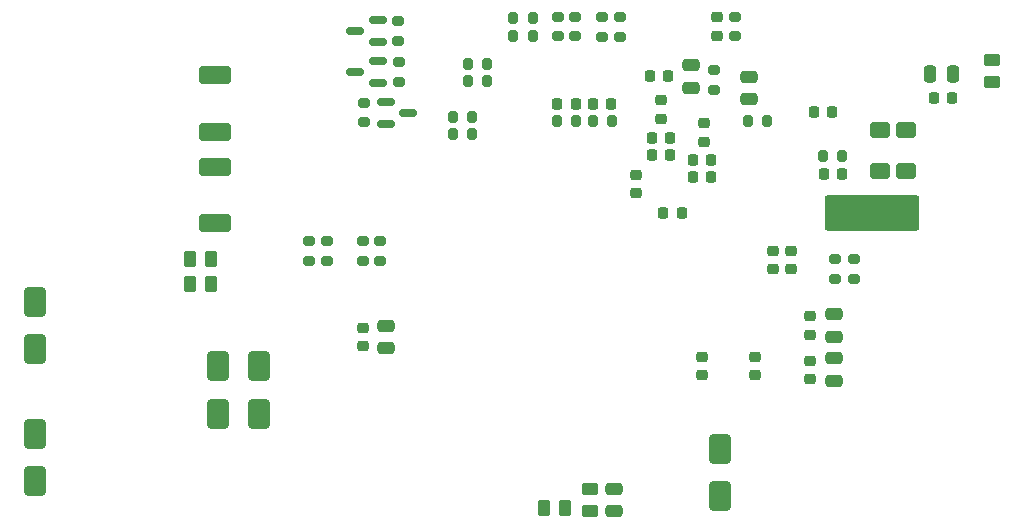
<source format=gbr>
%TF.GenerationSoftware,KiCad,Pcbnew,9.0.4-1.fc42*%
%TF.CreationDate,2025-09-28T20:56:02+03:00*%
%TF.ProjectId,ea01,65613031-2e6b-4696-9361-645f70636258,rev?*%
%TF.SameCoordinates,Original*%
%TF.FileFunction,Paste,Bot*%
%TF.FilePolarity,Positive*%
%FSLAX46Y46*%
G04 Gerber Fmt 4.6, Leading zero omitted, Abs format (unit mm)*
G04 Created by KiCad (PCBNEW 9.0.4-1.fc42) date 2025-09-28 20:56:02*
%MOMM*%
%LPD*%
G01*
G04 APERTURE LIST*
G04 Aperture macros list*
%AMRoundRect*
0 Rectangle with rounded corners*
0 $1 Rounding radius*
0 $2 $3 $4 $5 $6 $7 $8 $9 X,Y pos of 4 corners*
0 Add a 4 corners polygon primitive as box body*
4,1,4,$2,$3,$4,$5,$6,$7,$8,$9,$2,$3,0*
0 Add four circle primitives for the rounded corners*
1,1,$1+$1,$2,$3*
1,1,$1+$1,$4,$5*
1,1,$1+$1,$6,$7*
1,1,$1+$1,$8,$9*
0 Add four rect primitives between the rounded corners*
20,1,$1+$1,$2,$3,$4,$5,0*
20,1,$1+$1,$4,$5,$6,$7,0*
20,1,$1+$1,$6,$7,$8,$9,0*
20,1,$1+$1,$8,$9,$2,$3,0*%
G04 Aperture macros list end*
%ADD10RoundRect,0.225000X0.225000X0.250000X-0.225000X0.250000X-0.225000X-0.250000X0.225000X-0.250000X0*%
%ADD11RoundRect,0.200000X0.200000X0.275000X-0.200000X0.275000X-0.200000X-0.275000X0.200000X-0.275000X0*%
%ADD12RoundRect,0.225000X0.250000X-0.225000X0.250000X0.225000X-0.250000X0.225000X-0.250000X-0.225000X0*%
%ADD13RoundRect,0.200000X-0.275000X0.200000X-0.275000X-0.200000X0.275000X-0.200000X0.275000X0.200000X0*%
%ADD14RoundRect,0.250000X0.650000X-1.000000X0.650000X1.000000X-0.650000X1.000000X-0.650000X-1.000000X0*%
%ADD15RoundRect,0.200000X0.275000X-0.200000X0.275000X0.200000X-0.275000X0.200000X-0.275000X-0.200000X0*%
%ADD16RoundRect,0.250000X1.100000X-0.500000X1.100000X0.500000X-1.100000X0.500000X-1.100000X-0.500000X0*%
%ADD17RoundRect,0.250000X0.475000X-0.250000X0.475000X0.250000X-0.475000X0.250000X-0.475000X-0.250000X0*%
%ADD18RoundRect,0.200000X-0.200000X-0.275000X0.200000X-0.275000X0.200000X0.275000X-0.200000X0.275000X0*%
%ADD19RoundRect,0.250000X0.450000X-0.262500X0.450000X0.262500X-0.450000X0.262500X-0.450000X-0.262500X0*%
%ADD20RoundRect,0.250000X0.250000X0.475000X-0.250000X0.475000X-0.250000X-0.475000X0.250000X-0.475000X0*%
%ADD21RoundRect,0.250000X-0.475000X0.250000X-0.475000X-0.250000X0.475000X-0.250000X0.475000X0.250000X0*%
%ADD22RoundRect,0.225000X-0.225000X-0.250000X0.225000X-0.250000X0.225000X0.250000X-0.225000X0.250000X0*%
%ADD23RoundRect,0.250000X0.262500X0.450000X-0.262500X0.450000X-0.262500X-0.450000X0.262500X-0.450000X0*%
%ADD24RoundRect,0.250000X0.600000X-0.400000X0.600000X0.400000X-0.600000X0.400000X-0.600000X-0.400000X0*%
%ADD25RoundRect,0.150000X0.587500X0.150000X-0.587500X0.150000X-0.587500X-0.150000X0.587500X-0.150000X0*%
%ADD26RoundRect,0.225000X-0.250000X0.225000X-0.250000X-0.225000X0.250000X-0.225000X0.250000X0.225000X0*%
%ADD27RoundRect,0.150000X-0.587500X-0.150000X0.587500X-0.150000X0.587500X0.150000X-0.587500X0.150000X0*%
%ADD28RoundRect,0.249999X-3.750001X1.250001X-3.750001X-1.250001X3.750001X-1.250001X3.750001X1.250001X0*%
%ADD29RoundRect,0.250000X-0.262500X-0.450000X0.262500X-0.450000X0.262500X0.450000X-0.262500X0.450000X0*%
%ADD30RoundRect,0.250000X-0.450000X0.262500X-0.450000X-0.262500X0.450000X-0.262500X0.450000X0.262500X0*%
G04 APERTURE END LIST*
D10*
%TO.C,C25*%
X128625000Y-55700000D03*
X127075000Y-55700000D03*
%TD*%
D11*
%TO.C,R57*%
X143360000Y-62450000D03*
X141710000Y-62450000D03*
%TD*%
D12*
%TO.C,C58*%
X102750000Y-78525000D03*
X102750000Y-76975000D03*
%TD*%
D13*
%TO.C,R65*%
X99750000Y-69675000D03*
X99750000Y-71325000D03*
%TD*%
D14*
%TO.C,D15*%
X75000000Y-90000000D03*
X75000000Y-86000000D03*
%TD*%
D10*
%TO.C,C36*%
X152625000Y-57500000D03*
X151075000Y-57500000D03*
%TD*%
D12*
%TO.C,C53*%
X137500000Y-72025000D03*
X137500000Y-70475000D03*
%TD*%
D15*
%TO.C,R59*%
X132450000Y-56825000D03*
X132450000Y-55175000D03*
%TD*%
%TO.C,R66*%
X102750000Y-71325000D03*
X102750000Y-69675000D03*
%TD*%
D16*
%TO.C,D21*%
X90250000Y-68150000D03*
X90250000Y-63350000D03*
%TD*%
D11*
%TO.C,R26*%
X112010000Y-59150000D03*
X110360000Y-59150000D03*
%TD*%
D17*
%TO.C,C59*%
X104750000Y-78700000D03*
X104750000Y-76800000D03*
%TD*%
D13*
%TO.C,R30*%
X105812500Y-54525000D03*
X105812500Y-56175000D03*
%TD*%
D12*
%TO.C,C30*%
X125850000Y-65575000D03*
X125850000Y-64025000D03*
%TD*%
D10*
%TO.C,C26*%
X132225000Y-64230000D03*
X130675000Y-64230000D03*
%TD*%
D18*
%TO.C,R55*%
X119170000Y-59500000D03*
X120820000Y-59500000D03*
%TD*%
D10*
%TO.C,C52*%
X120770000Y-58000000D03*
X119220000Y-58000000D03*
%TD*%
D15*
%TO.C,R84*%
X123000000Y-52325000D03*
X123000000Y-50675000D03*
%TD*%
D19*
%TO.C,FB3*%
X156000000Y-56162500D03*
X156000000Y-54337500D03*
%TD*%
D10*
%TO.C,C34*%
X128775000Y-60900000D03*
X127225000Y-60900000D03*
%TD*%
D11*
%TO.C,R15*%
X117125000Y-52250000D03*
X115475000Y-52250000D03*
%TD*%
D12*
%TO.C,C29*%
X131600000Y-61225000D03*
X131600000Y-59675000D03*
%TD*%
D20*
%TO.C,C35*%
X152700000Y-55500000D03*
X150800000Y-55500000D03*
%TD*%
D15*
%TO.C,R68*%
X104250000Y-71325000D03*
X104250000Y-69675000D03*
%TD*%
D14*
%TO.C,D19*%
X94000000Y-84250000D03*
X94000000Y-80250000D03*
%TD*%
D21*
%TO.C,C11*%
X124000000Y-90637500D03*
X124000000Y-92537500D03*
%TD*%
D12*
%TO.C,C4*%
X131500000Y-81025000D03*
X131500000Y-79475000D03*
%TD*%
%TO.C,C63*%
X132750000Y-52250000D03*
X132750000Y-50700000D03*
%TD*%
D22*
%TO.C,C28*%
X130685000Y-62740000D03*
X132235000Y-62740000D03*
%TD*%
D10*
%TO.C,C32*%
X128775000Y-62400000D03*
X127225000Y-62400000D03*
%TD*%
D12*
%TO.C,C54*%
X139000000Y-72025000D03*
X139000000Y-70475000D03*
%TD*%
D23*
%TO.C,FB6*%
X89912500Y-73250000D03*
X88087500Y-73250000D03*
%TD*%
D24*
%TO.C,D17*%
X148750000Y-63750000D03*
X148750000Y-60250000D03*
%TD*%
D13*
%TO.C,R81*%
X134250000Y-50650000D03*
X134250000Y-52300000D03*
%TD*%
D25*
%TO.C,Q5*%
X104000000Y-54400000D03*
X104000000Y-56300000D03*
X102125000Y-55350000D03*
%TD*%
D16*
%TO.C,D20*%
X90250000Y-60400000D03*
X90250000Y-55600000D03*
%TD*%
D18*
%TO.C,R45*%
X122215000Y-59490000D03*
X123865000Y-59490000D03*
%TD*%
D26*
%TO.C,C23*%
X140650000Y-76025000D03*
X140650000Y-77575000D03*
%TD*%
D11*
%TO.C,R29*%
X112010000Y-60620000D03*
X110360000Y-60620000D03*
%TD*%
D18*
%TO.C,R82*%
X135325000Y-59500000D03*
X136975000Y-59500000D03*
%TD*%
D13*
%TO.C,R83*%
X124500000Y-50675000D03*
X124500000Y-52325000D03*
%TD*%
%TO.C,R36*%
X105750000Y-51025000D03*
X105750000Y-52675000D03*
%TD*%
D11*
%TO.C,R14*%
X117125000Y-50750000D03*
X115475000Y-50750000D03*
%TD*%
D21*
%TO.C,C18*%
X142650000Y-75850000D03*
X142650000Y-77750000D03*
%TD*%
D27*
%TO.C,Q3*%
X104674001Y-59741071D03*
X104674001Y-57841071D03*
X106549001Y-58791071D03*
%TD*%
D10*
%TO.C,C44*%
X123805000Y-58020000D03*
X122255000Y-58020000D03*
%TD*%
D15*
%TO.C,R8*%
X119250000Y-52300000D03*
X119250000Y-50650000D03*
%TD*%
D21*
%TO.C,C27*%
X135450000Y-55750000D03*
X135450000Y-57650000D03*
%TD*%
D14*
%TO.C,D14*%
X75000000Y-78800000D03*
X75000000Y-74800000D03*
%TD*%
D12*
%TO.C,C22*%
X140650000Y-81325000D03*
X140650000Y-79775000D03*
%TD*%
D14*
%TO.C,D6*%
X133000000Y-91250000D03*
X133000000Y-87250000D03*
%TD*%
D15*
%TO.C,R38*%
X142760000Y-72845000D03*
X142760000Y-71195000D03*
%TD*%
D28*
%TO.C,Y3*%
X145900000Y-67300000D03*
%TD*%
D29*
%TO.C,R5*%
X118087500Y-92250000D03*
X119912500Y-92250000D03*
%TD*%
D22*
%TO.C,C57*%
X141760000Y-63950000D03*
X143310000Y-63950000D03*
%TD*%
D23*
%TO.C,FB5*%
X89912500Y-71200000D03*
X88087500Y-71200000D03*
%TD*%
D13*
%TO.C,R7*%
X120750000Y-50650000D03*
X120750000Y-52300000D03*
%TD*%
D15*
%TO.C,R67*%
X98200000Y-71325000D03*
X98200000Y-69675000D03*
%TD*%
D11*
%TO.C,R32*%
X113305000Y-56090000D03*
X111655000Y-56090000D03*
%TD*%
D25*
%TO.C,Q7*%
X104000000Y-50900000D03*
X104000000Y-52800000D03*
X102125000Y-51850000D03*
%TD*%
D11*
%TO.C,R35*%
X113305000Y-54620000D03*
X111655000Y-54620000D03*
%TD*%
D17*
%TO.C,C10*%
X130550000Y-56650000D03*
X130550000Y-54750000D03*
%TD*%
%TO.C,C21*%
X142650000Y-81475000D03*
X142650000Y-79575000D03*
%TD*%
D15*
%TO.C,R39*%
X144330000Y-72855000D03*
X144330000Y-71205000D03*
%TD*%
D14*
%TO.C,D18*%
X90500000Y-84250000D03*
X90500000Y-80250000D03*
%TD*%
D30*
%TO.C,R6*%
X122000000Y-90675000D03*
X122000000Y-92500000D03*
%TD*%
D12*
%TO.C,C5*%
X136000000Y-81025000D03*
X136000000Y-79475000D03*
%TD*%
D22*
%TO.C,C31*%
X128195000Y-67300000D03*
X129745000Y-67300000D03*
%TD*%
%TO.C,C14*%
X140925000Y-58750000D03*
X142475000Y-58750000D03*
%TD*%
D15*
%TO.C,R24*%
X102875000Y-59600000D03*
X102875000Y-57950000D03*
%TD*%
D26*
%TO.C,C33*%
X128000000Y-57725000D03*
X128000000Y-59275000D03*
%TD*%
D24*
%TO.C,D16*%
X146500000Y-63750000D03*
X146500000Y-60250000D03*
%TD*%
M02*

</source>
